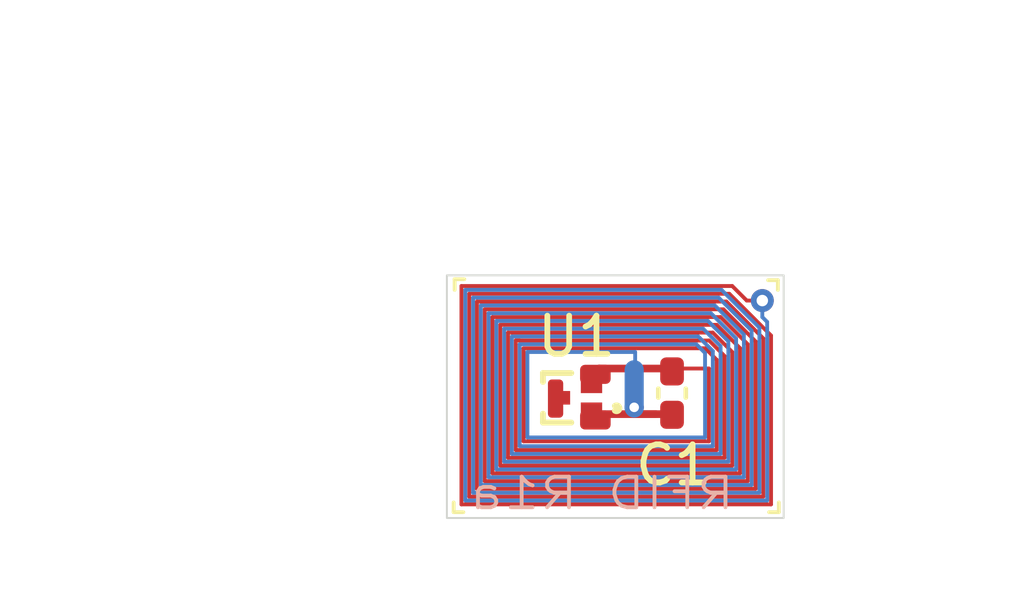
<source format=kicad_pcb>
(kicad_pcb (version 20241229) (generator "pcbnew") (generator_version "9.0")
  (layers (0 "F.Cu" signal) (2 "B.Cu" signal) (13 "F.Paste" user) (15 "B.Paste" user) (5 "F.SilkS" user "F.Silkscreen") (7 "B.SilkS" user "B.Silkscreen") (1 "F.Mask" user) (3 "B.Mask" user) (25 "Edge.Cuts" user))
  (net 0 "")
  (net 2 "ANT_LA")
  (net 3 "ANT_LB")
  (footprint "NFC Tag Chip:XSON3_SL2S2602_NXP" (layer "F.Cu") (at 130.6703 73.664399 180)
    (property "Reference" "U1" (at 0 1.604599 0) (layer "F.SilkS"))
    (property "Value" "SL2S2602FTBX")
    (fp_line (start 0.8763 0.6477) (end 0.8763 0.415888) (stroke (width 0.1524)) (layer "F.SilkS"))
    (fp_line (start 0.8763 -0.415888) (end 0.8763 -0.6477) (stroke (width 0.1524)) (layer "F.SilkS"))
    (fp_line (start 0.8763 -0.6477) (end 0.135067 -0.6477) (stroke (width 0.1524)) (layer "F.SilkS"))
    (fp_line (start 0.135067 0.6477) (end 0.8763 0.6477) (stroke (width 0.1524)) (layer "F.SilkS"))
    (fp_arc (start -1.00584 -0.212688) (mid -1.1259 -0.275) (end -1.00584 -0.337312) (stroke (width 0.1524)) (layer "F.SilkS"))
    (pad "1" smd rect (at -0.3937 -0.275001 180) (size 0.5588 0.3048) (layers "F.Cu" "F.Mask" "F.Paste") (net 3 "ANT_LB"))
    (pad "2" smd rect (at -0.3937 0.275001 180) (size 0.5588 0.3048) (layers "F.Cu" "F.Mask" "F.Paste") (net 2 "ANT_LA"))
    (pad "3" smd rect (at 0.3937 0 180) (size 0.4572 0.3556) (layers "F.Cu" "F.Mask" "F.Paste"))
  )
  (footprint "" (layer "F.Cu") (at 130.1242 73.6854 180)
    (property "Reference" "" (at 0 0 0) (layer "F.SilkS") (effects (font (size 1.27 1.27))))
    (property "Value" "")
    (pad "2" smd roundrect (at 0 0 90) (size 1 0.4) (layers "F.Cu" "F.Mask" "F.Paste") (clearance 0))
  )
  (footprint "" (layer "F.Cu") (at 131.1656 74.2442 90)
    (property "Reference" "" (at 0 0 90) (layer "F.SilkS") (effects (font (size 1.27 1.27))))
    (property "Value" "")
    (pad "2" smd roundrect (at 0 0) (size 0.8 0.5) (layers "F.Cu" "F.Mask" "F.Paste") (net 3 "ANT_LB"))
  )
  (footprint "Capacitor_SMD:C_0402_1005Metric_Pad0.74x0.62mm_HandSolder" (layer "F.Cu") (at 133.1722 73.5417 -90)
    (property "Reference" "C1" (at 1.8843 -0.0381 0) (layer "F.SilkS"))
    (property "Value" "43pF")
    (fp_line (start -0.115835 0.36) (end 0.115835 0.36) (stroke (width 0.12)) (layer "F.SilkS"))
    (fp_line (start -0.115835 -0.36) (end 0.115835 -0.36) (stroke (width 0.12)) (layer "F.SilkS"))
    (pad "1" smd roundrect (at -0.5675 0 270) (size 0.735 0.62) (layers "F.Cu" "F.Mask" "F.Paste") (net 2 "ANT_LA"))
    (pad "2" smd roundrect (at 0.5675 0 270) (size 0.735 0.62) (layers "F.Cu" "F.Mask" "F.Paste") (net 3 "ANT_LB"))
  )
  (footprint "" (layer "F.Cu") (at 131.1656 73.0504 90)
    (property "Reference" "" (at 0 0 90) (layer "F.SilkS") (effects (font (size 1.27 1.27))))
    (property "Value" "")
    (pad "2" smd roundrect (at 0 0) (size 0.8 0.5) (layers "F.Cu" "F.Mask" "F.Paste") (net 2 "ANT_LA") (clearance 0))
  )
  (footprint "NetTie:NetTie-2_SMD_Pad0.5mm" (layer "B.Cu") (at 132.1816 73.4314 -90)
    (property "Reference" "REF**" (hide yes))
    (property "Value" "NetTie-2_SMD_Pad0.5mm" (hide yes))
    (fp_poly (pts (xy -0.5 0.25) (xy 0.5 0.25) (xy 0.5 -0.25) (xy -0.5 -0.25)) (fill yes) (layer "B.Cu"))
    (pad "1" smd circle (at -0.5 0 270) (size 0.5 0.5) (layers "B.Cu") (net 2 "ANT_LA") (clearance 0))
    (pad "2" smd circle (at 0.5 0 270) (size 0.5 0.5) (layers "B.Cu") (net 3 "ANT_LB"))
  )
  (gr_line (start 135.7122 76.6572) (end 135.9662 76.6572) (stroke (width 0.1)) (layer "F.SilkS"))
  (gr_line (start 135.9408 70.5866) (end 135.9408 70.8406) (stroke (width 0.1)) (layer "F.SilkS"))
  (gr_line (start 127.4826 70.5612) (end 127.7366 70.5612) (stroke (width 0.1)) (layer "F.SilkS"))
  (gr_line (start 127.4572 76.4032) (end 127.4572 76.6572) (stroke (width 0.1)) (layer "F.SilkS"))
  (gr_line (start 127.4572 76.6572) (end 127.7112 76.6572) (stroke (width 0.1)) (layer "F.SilkS"))
  (gr_line (start 127.4826 70.8406) (end 127.4826 70.5612) (stroke (width 0.1)) (layer "F.SilkS"))
  (gr_line (start 135.9662 76.6572) (end 135.9662 76.4032) (stroke (width 0.1)) (layer "F.SilkS"))
  (gr_line (start 135.6868 70.5866) (end 135.9408 70.5866) (stroke (width 0.1)) (layer "F.SilkS"))
  (gr_rect (start 127.2794 70.4596) (end 136.0932 76.8096) (stroke (width 0.05)) (fill no) (layer "Edge.Cuts"))
  (gr_text "RFID R1a" (at 134.874 76.6318 0) (layer "B.SilkS") (effects (font (size 0.8 1) (thickness 0.1)) (justify left bottom mirror)))
  (segment (start 128.6764 71.755) (end 128.6764 75.438) (width 0.1) (layer "F.Cu") (net 2))
  (segment (start 128.8796 75.2348) (end 134.5438 75.2348) (width 0.1) (layer "F.Cu") (net 2))
  (segment (start 134.3406 72.6694) (end 134.0398 72.3686) (width 0.1) (layer "F.Cu") (net 2))
  (segment (start 134.1374 72.898) (end 133.1341 72.898) (width 0.1) (layer "F.Cu") (net 2))
  (segment (start 134.6708 70.9422) (end 127.8636 70.9422) (width 0.1) (layer "F.Cu") (net 2))
  (segment (start 128.0668 71.1454) (end 128.0668 76.0476) (width 0.1) (layer "F.Cu") (net 2))
  (segment (start 128.4732 71.5518) (end 128.4732 75.6412) (width 0.1) (layer "F.Cu") (net 2))
  (segment (start 134.9502 75.6412) (end 134.9502 72.3646) (width 0.1) (layer "F.Cu") (net 2))
  (segment (start 129.0828 75.0316) (end 134.3406 75.0316) (width 0.1) (layer "F.Cu") (net 2))
  (segment (start 134.239 71.9582) (end 128.8796 71.9582) (width 0.1) (layer "F.Cu") (net 2))
  (segment (start 128.6764 75.438) (end 134.747 75.438) (width 0.1) (layer "F.Cu") (net 2))
  (segment (start 135.1534 72.263) (end 134.4422 71.5518) (width 0.1) (layer "F.Cu") (net 2))
  (segment (start 128.0668 76.0476) (end 135.3566 76.0476) (width 0.1) (layer "F.Cu") (net 2))
  (segment (start 129.286 74.803) (end 134.1374 74.803) (width 0.1) (layer "F.Cu") (net 2))
  (segment (start 127.6604 70.739) (end 127.6604 76.454) (width 0.1) (layer "F.Cu") (net 2))
  (segment (start 134.5184 71.3486) (end 128.27 71.3486) (width 0.1) (layer "F.Cu") (net 2))
  (segment (start 134.1374 74.803) (end 134.1374 72.898) (width 0.1) (layer "F.Cu") (net 2))
  (segment (start 134.9502 72.3646) (end 134.3406 71.755) (width 0.1) (layer "F.Cu") (net 2))
  (segment (start 134.3406 71.755) (end 128.6764 71.755) (width 0.1) (layer "F.Cu") (net 2))
  (segment (start 131.0894 73.0758) (end 131.2672 72.898) (width 0.2) (layer "F.Cu") (net 2))
  (segment (start 129.173584 72.163284) (end 129.1717 72.1614) (width 0.1) (layer "F.Cu") (net 2))
  (segment (start 134.747 72.4662) (end 134.239 71.9582) (width 0.1) (layer "F.Cu") (net 2))
  (segment (start 135.1534 75.8444) (end 135.1534 72.263) (width 0.1) (layer "F.Cu") (net 2))
  (segment (start 135.763 72.0344) (end 134.6708 70.9422) (width 0.1) (layer "F.Cu") (net 2))
  (segment (start 135.5598 76.2508) (end 135.5598 72.1106) (width 0.1) (layer "F.Cu") (net 2))
  (segment (start 134.4422 71.5518) (end 128.4732 71.5518) (width 0.1) (layer "F.Cu") (net 2))
  (segment (start 135.5344 71.12) (end 135.128 71.12) (width 0.1) (layer "F.Cu") (net 2))
  (segment (start 129.286 72.3686) (end 129.286 74.803) (width 0.1) (layer "F.Cu") (net 2))
  (segment (start 134.5946 71.1454) (end 128.0668 71.1454) (width 0.1) (layer "F.Cu") (net 2))
  (segment (start 135.3566 76.0476) (end 135.3566 72.1868) (width 0.1) (layer "F.Cu") (net 2))
  (segment (start 128.27 75.8444) (end 135.1534 75.8444) (width 0.1) (layer "F.Cu") (net 2))
  (segment (start 127.6604 76.454) (end 135.763 76.454) (width 0.1) (layer "F.Cu") (net 2))
  (segment (start 131.2672 72.898) (end 133.0459 72.898) (width 0.2) (layer "F.Cu") (net 2))
  (segment (start 127.8636 76.2508) (end 135.5598 76.2508) (width 0.1) (layer "F.Cu") (net 2))
  (segment (start 129.0828 72.1614) (end 129.0828 75.0316) (width 0.1) (layer "F.Cu") (net 2))
  (segment (start 128.4732 75.6412) (end 134.9502 75.6412) (width 0.1) (layer "F.Cu") (net 2))
  (segment (start 135.763 76.454) (end 135.763 72.0344) (width 0.1) (layer "F.Cu") (net 2))
  (segment (start 135.5598 72.1106) (end 134.5946 71.1454) (width 0.1) (layer "F.Cu") (net 2))
  (segment (start 135.128 71.12) (end 134.747 70.739) (width 0.1) (layer "F.Cu") (net 2))
  (segment (start 131.0894 73.376299) (end 131.0894 73.0758) (width 0.2) (layer "F.Cu") (net 2))
  (segment (start 134.747 70.739) (end 127.6604 70.739) (width 0.1) (layer "F.Cu") (net 2))
  (segment (start 134.0398 72.3686) (end 129.286 72.3686) (width 0.1) (layer "F.Cu") (net 2))
  (segment (start 135.3566 72.1868) (end 134.5184 71.3486) (width 0.1) (layer "F.Cu") (net 2))
  (segment (start 134.3406 75.0316) (end 134.3406 72.6694) (width 0.1) (layer "F.Cu") (net 2))
  (segment (start 134.5438 75.2348) (end 134.5438 72.5678) (width 0.1) (layer "F.Cu") (net 2))
  (segment (start 128.8796 71.9582) (end 128.8796 75.2348) (width 0.1) (layer "F.Cu") (net 2))
  (segment (start 129.1717 72.1614) (end 129.0828 72.1614) (width 0.1) (layer "F.Cu") (net 2))
  (segment (start 128.27 71.3486) (end 128.27 75.8444) (width 0.1) (layer "F.Cu") (net 2))
  (segment (start 127.8636 70.9422) (end 127.8636 76.2508) (width 0.1) (layer "F.Cu") (net 2))
  (segment (start 134.5438 72.5678) (end 134.1414 72.1654) (width 0.1) (layer "F.Cu") (net 2))
  (segment (start 134.1414 72.1654) (end 129.1717 72.1654) (width 0.1) (layer "F.Cu") (net 2))
  (segment (start 134.747 75.438) (end 134.747 72.4662) (width 0.1) (layer "F.Cu") (net 2))
  (via (at 135.5344 71.12) (size 0.6) (drill 0.3) (layers "F.Cu" "B.Cu") (net 2))
  (segment (start 134.1882 71.4502) (end 134.8486 72.1106) (width 0.1) (layer "B.Cu") (net 2))
  (segment (start 135.4582 76.1492) (end 127.9652 76.1492) (width 0.1) (layer "B.Cu") (net 2))
  (segment (start 128.3716 71.4502) (end 134.1882 71.4502) (width 0.1) (layer "B.Cu") (net 2))
  (segment (start 129.1844 72.263) (end 133.8072 72.263) (width 0.1) (layer "B.Cu") (net 2))
  (segment (start 134.4422 75.1332) (end 128.9812 75.1332) (width 0.1) (layer "B.Cu") (net 2))
  (segment (start 134.6454 72.1868) (end 134.6454 75.3364) (width 0.1) (layer "B.Cu") (net 2))
  (segment (start 134.3914 71.0438) (end 135.255 71.9074) (width 0.1) (layer "B.Cu") (net 2))
  (segment (start 134.2898 71.247) (end 135.0518 72.009) (width 0.1) (layer "B.Cu") (net 2))
  (segment (start 135.4582 71.8312) (end 135.4582 76.1492) (width 0.1) (layer "B.Cu") (net 2))
  (segment (start 128.3716 75.7428) (end 128.3716 71.4502) (width 0.1) (layer "B.Cu") (net 2))
  (segment (start 135.6614 71.6788) (end 135.6614 76.3524) (width 0.1) (layer "B.Cu") (net 2))
  (segment (start 135.6614 76.3524) (end 127.762 76.3524) (width 0.1) (layer "B.Cu") (net 2))
  (segment (start 132.207 72.4662) (end 132.207 72.9234) (width 0.1) (layer "B.Cu") (net 2))
  (segment (start 135.255 75.946) (end 128.1684 75.946) (width 0.1) (layer "B.Cu") (net 2))
  (segment (start 135.0518 72.009) (end 135.0518 75.7428) (width 0.1) (layer "B.Cu") (net 2))
  (segment (start 133.858 72.0598) (end 134.239 72.4408) (width 0.1) (layer "B.Cu") (net 2))
  (segment (start 133.985 71.8566) (end 134.4422 72.3138) (width 0.1) (layer "B.Cu") (net 2))
  (segment (start 134.4422 72.3138) (end 134.4422 75.1332) (width 0.1) (layer "B.Cu") (net 2))
  (segment (start 134.0358 72.4916) (end 134.0358 74.7014) (width 0.1) (layer "B.Cu") (net 2))
  (segment (start 135.5344 71.5518) (end 135.6614 71.6788) (width 0.1) (layer "B.Cu") (net 2))
  (segment (start 128.1684 71.247) (end 134.2898 71.247) (width 0.1) (layer "B.Cu") (net 2))
  (segment (start 128.9812 75.1332) (end 128.9812 72.0598) (width 0.1) (layer "B.Cu") (net 2))
  (segment (start 128.778 75.3364) (end 128.778 71.8566) (width 0.1) (layer "B.Cu") (net 2))
  (segment (start 127.762 76.3524) (end 127.762 70.8406) (width 0.1) (layer "B.Cu") (net 2))
  (segment (start 128.778 71.8566) (end 133.985 71.8566) (width 0.1) (layer "B.Cu") (net 2))
  (segment (start 134.112 71.6534) (end 134.6454 72.1868) (width 0.1) (layer "B.Cu") (net 2))
  (segment (start 128.5748 75.5396) (end 128.5748 71.6534) (width 0.1) (layer "B.Cu") (net 2))
  (segment (start 135.255 71.9074) (end 135.255 75.946) (width 0.1) (layer "B.Cu") (net 2))
  (segment (start 127.9652 71.0438) (end 134.3914 71.0438) (width 0.1) (layer "B.Cu") (net 2))
  (segment (start 134.8486 72.1106) (end 134.8486 75.5396) (width 0.1) (layer "B.Cu") (net 2))
  (segment (start 134.239 74.93) (end 129.1844 74.93) (width 0.1) (layer "B.Cu") (net 2))
  (segment (start 127.9652 76.1492) (end 127.9652 71.0438) (width 0.1) (layer "B.Cu") (net 2))
  (segment (start 134.6454 75.3364) (end 128.778 75.3364) (width 0.1) (layer "B.Cu") (net 2))
  (segment (start 134.0358 74.7014) (end 129.3876 74.7014) (width 0.1) (layer "B.Cu") (net 2))
  (segment (start 135.5344 71.12) (end 135.5344 71.5518) (width 0.1) (layer "B.Cu") (net 2))
  (segment (start 134.4676 70.8406) (end 135.4582 71.8312) (width 0.1) (layer "B.Cu") (net 2))
  (segment (start 129.3876 74.7014) (end 129.3876 72.4662) (width 0.1) (layer "B.Cu") (net 2))
  (segment (start 128.1684 75.946) (end 128.1684 71.247) (width 0.1) (layer "B.Cu") (net 2))
  (segment (start 134.239 72.4408) (end 134.239 74.93) (width 0.1) (layer "B.Cu") (net 2))
  (segment (start 134.8486 75.5396) (end 128.5748 75.5396) (width 0.1) (layer "B.Cu") (net 2))
  (segment (start 135.0518 75.7428) (end 128.3716 75.7428) (width 0.1) (layer "B.Cu") (net 2))
  (segment (start 127.762 70.8406) (end 134.4676 70.8406) (width 0.1) (layer "B.Cu") (net 2))
  (segment (start 128.9812 72.0598) (end 133.858 72.0598) (width 0.1) (layer "B.Cu") (net 2))
  (segment (start 128.5748 71.6534) (end 134.112 71.6534) (width 0.1) (layer "B.Cu") (net 2))
  (segment (start 129.3876 72.4662) (end 132.207 72.4662) (width 0.1) (layer "B.Cu") (net 2))
  (segment (start 133.8072 72.263) (end 134.0358 72.4916) (width 0.1) (layer "B.Cu") (net 2))
  (segment (start 129.1844 74.93) (end 129.1844 72.263) (width 0.1) (layer "B.Cu") (net 2))
  (segment (start 131.064 74.0918) (end 133.1047 74.0918) (width 0.2) (layer "F.Cu") (net 3))
  (segment (start 131.064 73.9394) (end 131.064 74.0918) (width 0.2) (layer "F.Cu") (net 3))
  (segment (start 132.1816 74.0918) (end 132.7571 74.0918) (width 0.2) (layer "F.Cu") (net 3))
  (segment (start 132.1816 73.914) (end 132.1816 74.0918) (width 0.2) (layer "F.Cu") (net 3))
  (via (at 132.1816 73.914) (size 0.5) (drill 0.25) (layers "F.Cu" "B.Cu") (net 3))
)
</source>
